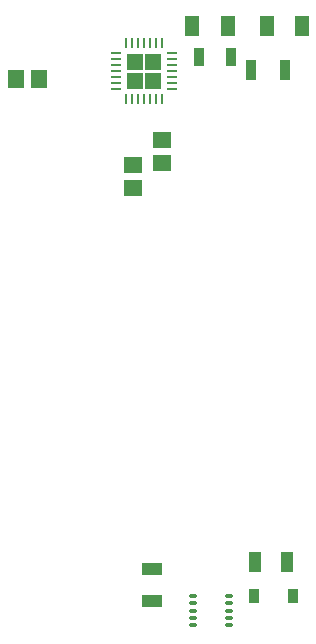
<source format=gbp>
G04 Layer_Color=16770453*
%FSLAX24Y24*%
%MOIN*%
G70*
G01*
G75*
%ADD11R,0.0532X0.0610*%
%ADD20R,0.0610X0.0532*%
%ADD27R,0.0453X0.0709*%
%ADD48R,0.0354X0.0669*%
%ADD49R,0.0354X0.0630*%
%ADD51R,0.0354X0.0098*%
%ADD52R,0.0098X0.0354*%
%ADD53R,0.0358X0.0480*%
G04:AMPARAMS|DCode=54|XSize=25.6mil|YSize=11.8mil|CornerRadius=3mil|HoleSize=0mil|Usage=FLASHONLY|Rotation=0.000|XOffset=0mil|YOffset=0mil|HoleType=Round|Shape=RoundedRectangle|*
%AMROUNDEDRECTD54*
21,1,0.0256,0.0059,0,0,0.0*
21,1,0.0197,0.0118,0,0,0.0*
1,1,0.0059,0.0098,-0.0030*
1,1,0.0059,-0.0098,-0.0030*
1,1,0.0059,-0.0098,0.0030*
1,1,0.0059,0.0098,0.0030*
%
%ADD54ROUNDEDRECTD54*%
%ADD55R,0.0394X0.0669*%
%ADD56R,0.0669X0.0394*%
%ADD109R,0.0551X0.0551*%
D11*
X14262Y42480D02*
D03*
X15030D02*
D03*
D20*
X18191Y38856D02*
D03*
Y39624D02*
D03*
X19134Y39695D02*
D03*
Y40463D02*
D03*
D27*
X23819Y44252D02*
D03*
X22638D02*
D03*
X21339D02*
D03*
X20157D02*
D03*
D48*
X22106Y42795D02*
D03*
X23248D02*
D03*
D49*
X21437Y43228D02*
D03*
X20374D02*
D03*
D51*
X17598Y42756D02*
D03*
Y42953D02*
D03*
Y43150D02*
D03*
Y43346D02*
D03*
Y42559D02*
D03*
Y42362D02*
D03*
Y42165D02*
D03*
X19488D02*
D03*
Y42362D02*
D03*
Y42559D02*
D03*
Y43346D02*
D03*
Y43150D02*
D03*
Y42953D02*
D03*
Y42756D02*
D03*
D52*
X19134Y43701D02*
D03*
X18937D02*
D03*
X18740D02*
D03*
X18543D02*
D03*
X18346D02*
D03*
X18150D02*
D03*
X17953D02*
D03*
Y41811D02*
D03*
X18150D02*
D03*
X18346D02*
D03*
X18543D02*
D03*
X18740D02*
D03*
X18937D02*
D03*
X19134D02*
D03*
D53*
X23510Y25249D02*
D03*
X22219D02*
D03*
D54*
X20177Y24301D02*
D03*
Y24537D02*
D03*
Y24774D02*
D03*
Y25010D02*
D03*
Y25246D02*
D03*
X21378D02*
D03*
Y25010D02*
D03*
Y24774D02*
D03*
Y24537D02*
D03*
Y24301D02*
D03*
D55*
X23326Y26391D02*
D03*
X22236D02*
D03*
D56*
X18819Y26170D02*
D03*
Y25080D02*
D03*
D109*
X18858Y42441D02*
D03*
Y43071D02*
D03*
X18228D02*
D03*
Y42441D02*
D03*
M02*

</source>
